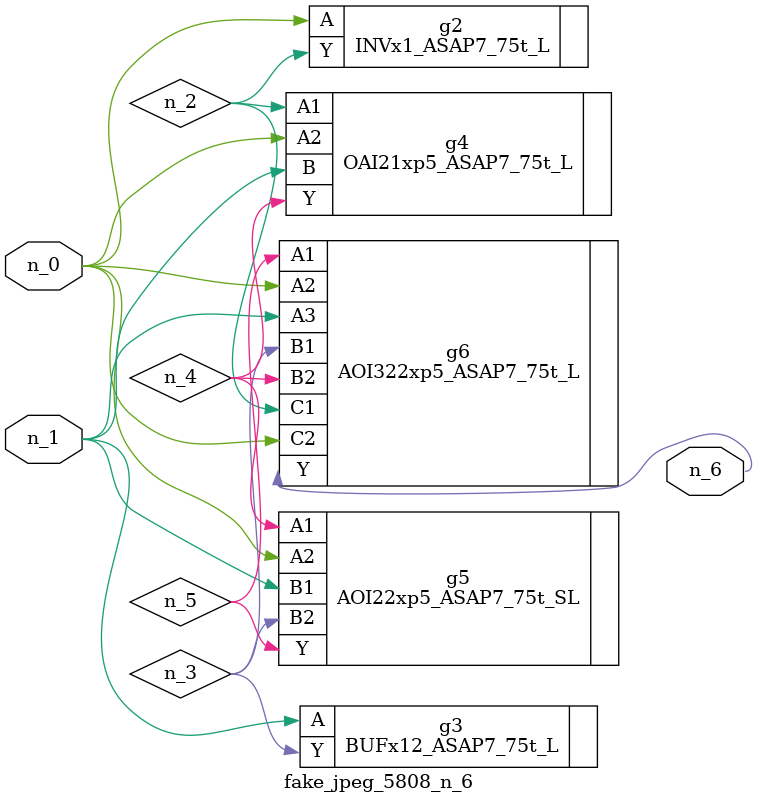
<source format=v>
module fake_jpeg_5808_n_6 (n_0, n_1, n_6);

input n_0;
input n_1;

output n_6;

wire n_3;
wire n_2;
wire n_4;
wire n_5;

INVx1_ASAP7_75t_L g2 ( 
.A(n_0),
.Y(n_2)
);

BUFx12_ASAP7_75t_L g3 ( 
.A(n_1),
.Y(n_3)
);

OAI21xp5_ASAP7_75t_L g4 ( 
.A1(n_2),
.A2(n_0),
.B(n_1),
.Y(n_4)
);

AOI22xp5_ASAP7_75t_SL g5 ( 
.A1(n_4),
.A2(n_0),
.B1(n_1),
.B2(n_3),
.Y(n_5)
);

AOI322xp5_ASAP7_75t_L g6 ( 
.A1(n_5),
.A2(n_0),
.A3(n_1),
.B1(n_3),
.B2(n_4),
.C1(n_2),
.C2(n_0),
.Y(n_6)
);


endmodule
</source>
